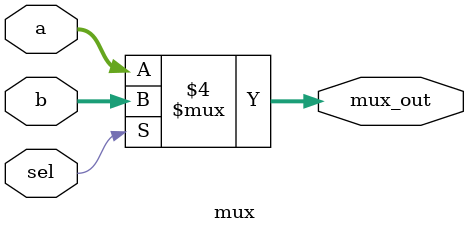
<source format=v>
module mux(
	input[31:0] a,
	input[31:0] b,
	input sel,
	output reg[31:0] mux_out
);

	initial	begin
		 mux_out = 32'd0;
	end

	always @(a,b,sel) begin
		if (sel) mux_out = b;
		else mux_out = a;
	end

endmodule

</source>
